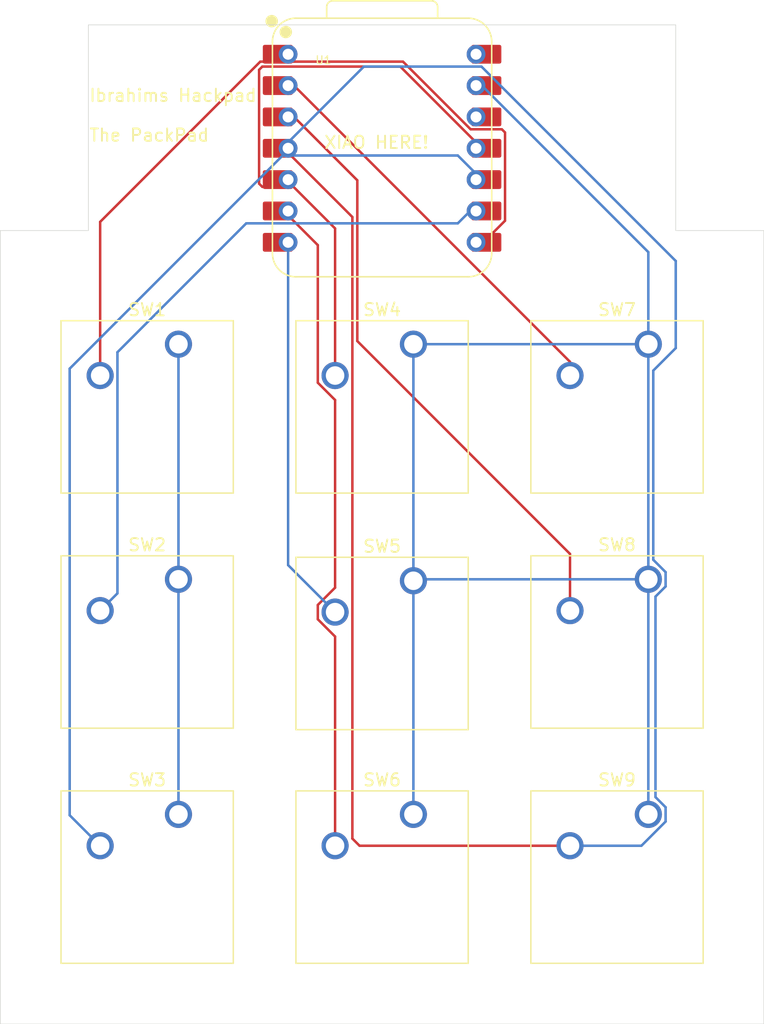
<source format=kicad_pcb>
(kicad_pcb (version 20241229) (generator "pcbnew") (generator_version "9.0")
  (layers (0 "F.Cu" signal) (2 "B.Cu" signal) (13 "F.Paste" user) (15 "B.Paste" user) (5 "F.SilkS" user "F.Silkscreen") (7 "B.SilkS" user "B.Silkscreen") (1 "F.Mask" user) (3 "B.Mask" user) (25 "Edge.Cuts" user))
  (net 0 "")
  (net 1 "GND")
  (net 2 "+5V")
  (net 3 "Net-(U1-GPIO1{slash}RX)")
  (net 4 "Net-(U1-GPIO2{slash}SCK)")
  (net 5 "Net-(U1-GPIO4{slash}MISO)")
  (net 6 "Net-(U1-GPIO3{slash}MOSI)")
  (net 7 "Net-(U1-GPIO0{slash}TX)")
  (net 8 "Net-(U1-GPIO7{slash}SCL)")
  (net 9 "Net-(U1-GPIO27{slash}ADC1{slash}A1)")
  (net 10 "Net-(U1-GPIO28{slash}ADC2{slash}A2)")
  (net 11 "Net-(U1-GPIO29{slash}ADC3{slash}A3)")
  (footprint "Button_Switch_Keyboard:SW_Cherry_MX_1.00u_PCB" (layer "F.Cu") (at 93.0275 73.50125)
    (property "Reference" "SW2" (at -2.54 -2.794 0) (layer "F.SilkS"))
    (property "Value" "SW_Push")
    (fp_line (start -9.525 -1.905) (end 4.445 -1.905) (stroke (width 0.12)) (layer "F.SilkS"))
    (fp_line (start -9.525 12.065) (end -9.525 -1.905) (stroke (width 0.12)) (layer "F.SilkS"))
    (fp_line (start 4.445 -1.905) (end 4.445 12.065) (stroke (width 0.12)) (layer "F.SilkS"))
    (fp_line (start 4.445 12.065) (end -9.525 12.065) (stroke (width 0.12)) (layer "F.SilkS"))
    (pad "" np_thru_hole circle (at -7.62 5.08) (size 1.7 1.7) (drill 1.7) (layers "*.Cu" "*.Mask"))
    (pad "" np_thru_hole circle (at -2.54 5.08) (size 4 4) (drill 4) (layers "*.Cu" "*.Mask"))
    (pad "" np_thru_hole circle (at 2.54 5.08) (size 1.7 1.7) (drill 1.7) (layers "*.Cu" "*.Mask"))
    (pad "1" thru_hole circle (at 0 0) (size 2.2 2.2) (drill 1.5) (layers "*.Cu" "*.Mask") (net 1 "GND"))
    (pad "2" thru_hole circle (at -6.35 2.54) (size 2.2 2.2) (drill 1.5) (layers "*.Cu" "*.Mask") (net 4 "Net-(U1-GPIO2{slash}SCK)"))
  )
  (footprint "Button_Switch_Keyboard:SW_Cherry_MX_1.00u_PCB" (layer "F.Cu") (at 112.0775 73.6205)
    (property "Reference" "SW5" (at -2.54 -2.794 0) (layer "F.SilkS"))
    (property "Value" "SW_Push")
    (fp_line (start -9.525 -1.905) (end 4.445 -1.905) (stroke (width 0.12)) (layer "F.SilkS"))
    (fp_line (start -9.525 12.065) (end -9.525 -1.905) (stroke (width 0.12)) (layer "F.SilkS"))
    (fp_line (start 4.445 -1.905) (end 4.445 12.065) (stroke (width 0.12)) (layer "F.SilkS"))
    (fp_line (start 4.445 12.065) (end -9.525 12.065) (stroke (width 0.12)) (layer "F.SilkS"))
    (pad "" np_thru_hole circle (at -7.62 5.08) (size 1.7 1.7) (drill 1.7) (layers "*.Cu" "*.Mask"))
    (pad "" np_thru_hole circle (at -2.54 5.08) (size 4 4) (drill 4) (layers "*.Cu" "*.Mask"))
    (pad "" np_thru_hole circle (at 2.54 5.08) (size 1.7 1.7) (drill 1.7) (layers "*.Cu" "*.Mask"))
    (pad "1" thru_hole circle (at 0 0) (size 2.2 2.2) (drill 1.5) (layers "*.Cu" "*.Mask") (net 1 "GND"))
    (pad "2" thru_hole circle (at -6.35 2.54) (size 2.2 2.2) (drill 1.5) (layers "*.Cu" "*.Mask") (net 7 "Net-(U1-GPIO0{slash}TX)"))
  )
  (footprint "Button_Switch_Keyboard:SW_Cherry_MX_1.00u_PCB" (layer "F.Cu") (at 93.0275 92.55125)
    (property "Reference" "SW3" (at -2.54 -2.794 0) (layer "F.SilkS"))
    (property "Value" "SW_Push")
    (fp_line (start -9.525 -1.905) (end 4.445 -1.905) (stroke (width 0.12)) (layer "F.SilkS"))
    (fp_line (start -9.525 12.065) (end -9.525 -1.905) (stroke (width 0.12)) (layer "F.SilkS"))
    (fp_line (start 4.445 -1.905) (end 4.445 12.065) (stroke (width 0.12)) (layer "F.SilkS"))
    (fp_line (start 4.445 12.065) (end -9.525 12.065) (stroke (width 0.12)) (layer "F.SilkS"))
    (pad "" np_thru_hole circle (at -7.62 5.08) (size 1.7 1.7) (drill 1.7) (layers "*.Cu" "*.Mask"))
    (pad "" np_thru_hole circle (at -2.54 5.08) (size 4 4) (drill 4) (layers "*.Cu" "*.Mask"))
    (pad "" np_thru_hole circle (at 2.54 5.08) (size 1.7 1.7) (drill 1.7) (layers "*.Cu" "*.Mask"))
    (pad "1" thru_hole circle (at 0 0) (size 2.2 2.2) (drill 1.5) (layers "*.Cu" "*.Mask") (net 1 "GND"))
    (pad "2" thru_hole circle (at -6.35 2.54) (size 2.2 2.2) (drill 1.5) (layers "*.Cu" "*.Mask") (net 5 "Net-(U1-GPIO4{slash}MISO)"))
  )
  (footprint "Button_Switch_Keyboard:SW_Cherry_MX_1.00u_PCB" (layer "F.Cu") (at 131.1275 54.45125)
    (property "Reference" "SW7" (at -2.54 -2.794 0) (layer "F.SilkS"))
    (property "Value" "SW_Push")
    (fp_line (start -9.525 -1.905) (end 4.445 -1.905) (stroke (width 0.12)) (layer "F.SilkS"))
    (fp_line (start -9.525 12.065) (end -9.525 -1.905) (stroke (width 0.12)) (layer "F.SilkS"))
    (fp_line (start 4.445 -1.905) (end 4.445 12.065) (stroke (width 0.12)) (layer "F.SilkS"))
    (fp_line (start 4.445 12.065) (end -9.525 12.065) (stroke (width 0.12)) (layer "F.SilkS"))
    (pad "" np_thru_hole circle (at -7.62 5.08) (size 1.7 1.7) (drill 1.7) (layers "*.Cu" "*.Mask"))
    (pad "" np_thru_hole circle (at -2.54 5.08) (size 4 4) (drill 4) (layers "*.Cu" "*.Mask"))
    (pad "" np_thru_hole circle (at 2.54 5.08) (size 1.7 1.7) (drill 1.7) (layers "*.Cu" "*.Mask"))
    (pad "1" thru_hole circle (at 0 0) (size 2.2 2.2) (drill 1.5) (layers "*.Cu" "*.Mask") (net 1 "GND"))
    (pad "2" thru_hole circle (at -6.35 2.54) (size 2.2 2.2) (drill 1.5) (layers "*.Cu" "*.Mask") (net 9 "Net-(U1-GPIO27{slash}ADC1{slash}A1)"))
  )
  (footprint "Button_Switch_Keyboard:SW_Cherry_MX_1.00u_PCB" (layer "F.Cu") (at 131.1275 92.55125)
    (property "Reference" "SW9" (at -2.54 -2.794 0) (layer "F.SilkS"))
    (property "Value" "SW_Push")
    (fp_line (start -9.525 -1.905) (end 4.445 -1.905) (stroke (width 0.12)) (layer "F.SilkS"))
    (fp_line (start -9.525 12.065) (end -9.525 -1.905) (stroke (width 0.12)) (layer "F.SilkS"))
    (fp_line (start 4.445 -1.905) (end 4.445 12.065) (stroke (width 0.12)) (layer "F.SilkS"))
    (fp_line (start 4.445 12.065) (end -9.525 12.065) (stroke (width 0.12)) (layer "F.SilkS"))
    (pad "" np_thru_hole circle (at -7.62 5.08) (size 1.7 1.7) (drill 1.7) (layers "*.Cu" "*.Mask"))
    (pad "" np_thru_hole circle (at -2.54 5.08) (size 4 4) (drill 4) (layers "*.Cu" "*.Mask"))
    (pad "" np_thru_hole circle (at 2.54 5.08) (size 1.7 1.7) (drill 1.7) (layers "*.Cu" "*.Mask"))
    (pad "1" thru_hole circle (at 0 0) (size 2.2 2.2) (drill 1.5) (layers "*.Cu" "*.Mask") (net 1 "GND"))
    (pad "2" thru_hole circle (at -6.35 2.54) (size 2.2 2.2) (drill 1.5) (layers "*.Cu" "*.Mask") (net 11 "Net-(U1-GPIO29{slash}ADC3{slash}A3)"))
  )
  (footprint "Button_Switch_Keyboard:SW_Cherry_MX_1.00u_PCB" (layer "F.Cu") (at 112.0775 92.55125)
    (property "Reference" "SW6" (at -2.54 -2.794 0) (layer "F.SilkS"))
    (property "Value" "SW_Push")
    (fp_line (start -9.525 -1.905) (end 4.445 -1.905) (stroke (width 0.12)) (layer "F.SilkS"))
    (fp_line (start -9.525 12.065) (end -9.525 -1.905) (stroke (width 0.12)) (layer "F.SilkS"))
    (fp_line (start 4.445 -1.905) (end 4.445 12.065) (stroke (width 0.12)) (layer "F.SilkS"))
    (fp_line (start 4.445 12.065) (end -9.525 12.065) (stroke (width 0.12)) (layer "F.SilkS"))
    (pad "" np_thru_hole circle (at -7.62 5.08) (size 1.7 1.7) (drill 1.7) (layers "*.Cu" "*.Mask"))
    (pad "" np_thru_hole circle (at -2.54 5.08) (size 4 4) (drill 4) (layers "*.Cu" "*.Mask"))
    (pad "" np_thru_hole circle (at 2.54 5.08) (size 1.7 1.7) (drill 1.7) (layers "*.Cu" "*.Mask"))
    (pad "1" thru_hole circle (at 0 0) (size 2.2 2.2) (drill 1.5) (layers "*.Cu" "*.Mask") (net 1 "GND"))
    (pad "2" thru_hole circle (at -6.35 2.54) (size 2.2 2.2) (drill 1.5) (layers "*.Cu" "*.Mask") (net 8 "Net-(U1-GPIO7{slash}SCL)"))
  )
  (footprint "Button_Switch_Keyboard:SW_Cherry_MX_1.00u_PCB" (layer "F.Cu") (at 93.0275 54.45125)
    (property "Reference" "SW1" (at -2.54 -2.794 0) (layer "F.SilkS"))
    (property "Value" "SW_Push")
    (fp_line (start -9.525 -1.905) (end 4.445 -1.905) (stroke (width 0.12)) (layer "F.SilkS"))
    (fp_line (start -9.525 12.065) (end -9.525 -1.905) (stroke (width 0.12)) (layer "F.SilkS"))
    (fp_line (start 4.445 -1.905) (end 4.445 12.065) (stroke (width 0.12)) (layer "F.SilkS"))
    (fp_line (start 4.445 12.065) (end -9.525 12.065) (stroke (width 0.12)) (layer "F.SilkS"))
    (pad "" np_thru_hole circle (at -7.62 5.08) (size 1.7 1.7) (drill 1.7) (layers "*.Cu" "*.Mask"))
    (pad "" np_thru_hole circle (at -2.54 5.08) (size 4 4) (drill 4) (layers "*.Cu" "*.Mask"))
    (pad "" np_thru_hole circle (at 2.54 5.08) (size 1.7 1.7) (drill 1.7) (layers "*.Cu" "*.Mask"))
    (pad "1" thru_hole circle (at 0 0) (size 2.2 2.2) (drill 1.5) (layers "*.Cu" "*.Mask") (net 1 "GND"))
    (pad "2" thru_hole circle (at -6.35 2.54) (size 2.2 2.2) (drill 1.5) (layers "*.Cu" "*.Mask") (net 3 "Net-(U1-GPIO1{slash}RX)"))
  )
  (footprint "seed:XIAO-RP2040-DIP" (layer "F.Cu") (at 109.5375 38.57625)
    (property "Reference" "U1" (at -4.7625 -7.14375 0) (layer "F.SilkS") (effects (font (size 0.635 0.635) (thickness 0.1016))))
    (property "Value" "XIAO-RP2040-DIP")
    (fp_line (start -8.89 8.509) (end -8.89 -8.636) (stroke (width 0.127)) (layer "F.SilkS"))
    (fp_line (start -6.985 10.414) (end 6.985 10.414) (stroke (width 0.127)) (layer "F.SilkS"))
    (fp_line (start -4.495 -10.541) (end -4.491272 -11.451272) (stroke (width 0.127)) (layer "F.SilkS"))
    (fp_line (start -3.991272 -11.951) (end 4.004 -11.951) (stroke (width 0.127)) (layer "F.SilkS"))
    (fp_line (start 4.504 -11.451) (end 4.504 -10.541) (stroke (width 0.127)) (layer "F.SilkS"))
    (fp_line (start 6.985 -10.541) (end -6.985 -10.541) (stroke (width 0.1)) (layer "F.SilkS"))
    (fp_line (start 6.985 -10.541) (end -6.985 -10.541) (stroke (width 0.127)) (layer "F.SilkS"))
    (fp_line (start 8.89 8.509) (end 8.89 -8.636) (stroke (width 0.127)) (layer "F.SilkS"))
    (fp_arc (start -8.89 -8.636) (mid -8.332038 -9.983038) (end -6.985 -10.541) (stroke (width 0.127)) (layer "F.SilkS"))
    (fp_arc (start -6.985 10.414) (mid -8.332038 9.856038) (end -8.89 8.509) (stroke (width 0.127)) (layer "F.SilkS"))
    (fp_arc (start -4.491272 -11.451272) (mid -4.344728 -11.80464) (end -3.991272 -11.951) (stroke (width 0.127)) (layer "F.SilkS"))
    (fp_arc (start 4.004 -11.951) (mid 4.357553 -11.804553) (end 4.504 -11.451) (stroke (width 0.127)) (layer "F.SilkS"))
    (fp_arc (start 6.985 -10.541) (mid 8.332038 -9.983038) (end 8.89 -8.636) (stroke (width 0.127)) (layer "F.SilkS"))
    (fp_arc (start 8.89 8.509) (mid 8.332038 9.856038) (end 6.985 10.414) (stroke (width 0.127)) (layer "F.SilkS"))
    (fp_circle (center -8.95 -10.3) (end -8.95 -10.554) (stroke (width 0.5)) (fill yes) (layer "F.SilkS"))
    (fp_circle (center -7.807 -9.42) (end -7.807 -9.674) (stroke (width 0.5)) (fill yes) (layer "F.SilkS"))
    (pad "1" smd roundrect (at -8.455 -7.62 180) (size 2.432 1.524) (layers "F.Cu" "F.Mask") (roundrect_rratio 0.1))
    (pad "1" thru_hole circle (at -7.62 -7.62 180) (size 1.524 1.524) (drill 0.889) (layers "*.Cu" "*.Mask"))
    (pad "2" smd roundrect (at -8.455 -5.08 180) (size 2.432 1.524) (layers "F.Cu" "F.Mask") (roundrect_rratio 0.1) (net 9 "Net-(U1-GPIO27{slash}ADC1{slash}A1)"))
    (pad "2" thru_hole circle (at -7.62 -5.08 180) (size 1.524 1.524) (drill 0.889) (layers "*.Cu" "*.Mask") (net 9 "Net-(U1-GPIO27{slash}ADC1{slash}A1)"))
    (pad "3" smd roundrect (at -8.455 -2.54 180) (size 2.432 1.524) (layers "F.Cu" "F.Mask") (roundrect_rratio 0.1) (net 10 "Net-(U1-GPIO28{slash}ADC2{slash}A2)"))
    (pad "3" thru_hole circle (at -7.62 -2.54 180) (size 1.524 1.524) (drill 0.889) (layers "*.Cu" "*.Mask") (net 10 "Net-(U1-GPIO28{slash}ADC2{slash}A2)"))
    (pad "4" smd roundrect (at -8.455 0 180) (size 2.432 1.524) (layers "F.Cu" "F.Mask") (roundrect_rratio 0.1) (net 11 "Net-(U1-GPIO29{slash}ADC3{slash}A3)"))
    (pad "4" thru_hole circle (at -7.62 0 180) (size 1.524 1.524) (drill 0.889) (layers "*.Cu" "*.Mask") (net 11 "Net-(U1-GPIO29{slash}ADC3{slash}A3)"))
    (pad "5" smd roundrect (at -8.455 2.54 180) (size 2.432 1.524) (layers "F.Cu" "F.Mask") (roundrect_rratio 0.1))
    (pad "5" thru_hole circle (at -7.62 2.54 180) (size 1.524 1.524) (drill 0.889) (layers "*.Cu" "*.Mask"))
    (pad "6" smd roundrect (at -8.455 5.08 180) (size 2.432 1.524) (layers "F.Cu" "F.Mask") (roundrect_rratio 0.1) (net 8 "Net-(U1-GPIO7{slash}SCL)"))
    (pad "6" thru_hole circle (at -7.62 5.08 180) (size 1.524 1.524) (drill 0.889) (layers "*.Cu" "*.Mask") (net 8 "Net-(U1-GPIO7{slash}SCL)"))
    (pad "7" smd roundrect (at -8.455 7.62 180) (size 2.432 1.524) (layers "F.Cu" "F.Mask") (roundrect_rratio 0.1) (net 7 "Net-(U1-GPIO0{slash}TX)"))
    (pad "7" thru_hole circle (at -7.62 7.62 180) (size 1.524 1.524) (drill 0.889) (layers "*.Cu" "*.Mask") (net 7 "Net-(U1-GPIO0{slash}TX)"))
    (pad "8" thru_hole circle (at 7.62 7.62) (size 1.524 1.524) (drill 0.889) (layers "*.Cu" "*.Mask") (net 3 "Net-(U1-GPIO1{slash}RX)"))
    (pad "8" smd roundrect (at 8.455 7.62) (size 2.432 1.524) (layers "F.Cu" "F.Mask") (roundrect_rratio 0.1) (net 3 "Net-(U1-GPIO1{slash}RX)"))
    (pad "9" thru_hole circle (at 7.62 5.08) (size 1.524 1.524) (drill 0.889) (layers "*.Cu" "*.Mask") (net 4 "Net-(U1-GPIO2{slash}SCK)"))
    (pad "9" smd roundrect (at 8.455 5.08) (size 2.432 1.524) (layers "F.Cu" "F.Mask") (roundrect_rratio 0.1) (net 4 "Net-(U1-GPIO2{slash}SCK)"))
    (pad "10" thru_hole circle (at 7.62 2.54) (size 1.524 1.524) (drill 0.889) (layers "*.Cu" "*.Mask") (net 5 "Net-(U1-GPIO4{slash}MISO)"))
    (pad "10" smd roundrect (at 8.455 2.54) (size 2.432 1.524) (layers "F.Cu" "F.Mask") (roundrect_rratio 0.1) (net 5 "Net-(U1-GPIO4{slash}MISO)"))
    (pad "11" thru_hole circle (at 7.62 0) (size 1.524 1.524) (drill 0.889) (layers "*.Cu" "*.Mask") (net 6 "Net-(U1-GPIO3{slash}MOSI)"))
    (pad "11" smd roundrect (at 8.455 0) (size 2.432 1.524) (layers "F.Cu" "F.Mask") (roundrect_rratio 0.1) (net 6 "Net-(U1-GPIO3{slash}MOSI)"))
    (pad "12" thru_hole circle (at 7.62 -2.54) (size 1.524 1.524) (drill 0.889) (layers "*.Cu" "*.Mask"))
    (pad "12" smd roundrect (at 8.455 -2.54) (size 2.432 1.524) (layers "F.Cu" "F.Mask") (roundrect_rratio 0.1))
    (pad "13" thru_hole circle (at 7.62 -5.08) (size 1.524 1.524) (drill 0.889) (layers "*.Cu" "*.Mask") (net 1 "GND"))
    (pad "13" smd roundrect (at 8.455 -5.08) (size 2.432 1.524) (layers "F.Cu" "F.Mask") (roundrect_rratio 0.1) (net 1 "GND"))
    (pad "14" thru_hole circle (at 7.62 -7.62) (size 1.524 1.524) (drill 0.889) (layers "*.Cu" "*.Mask") (net 2 "+5V"))
    (pad "14" smd roundrect (at 8.455 -7.62) (size 2.432 1.524) (layers "F.Cu" "F.Mask") (roundrect_rratio 0.1) (net 2 "+5V"))
  )
  (footprint "Button_Switch_Keyboard:SW_Cherry_MX_1.00u_PCB" (layer "F.Cu") (at 112.0775 54.45125)
    (property "Reference" "SW4" (at -2.54 -2.794 0) (layer "F.SilkS"))
    (property "Value" "SW_Push")
    (fp_line (start -9.525 -1.905) (end 4.445 -1.905) (stroke (width 0.12)) (layer "F.SilkS"))
    (fp_line (start -9.525 12.065) (end -9.525 -1.905) (stroke (width 0.12)) (layer "F.SilkS"))
    (fp_line (start 4.445 -1.905) (end 4.445 12.065) (stroke (width 0.12)) (layer "F.SilkS"))
    (fp_line (start 4.445 12.065) (end -9.525 12.065) (stroke (width 0.12)) (layer "F.SilkS"))
    (pad "" np_thru_hole circle (at -7.62 5.08) (size 1.7 1.7) (drill 1.7) (layers "*.Cu" "*.Mask"))
    (pad "" np_thru_hole circle (at -2.54 5.08) (size 4 4) (drill 4) (layers "*.Cu" "*.Mask"))
    (pad "" np_thru_hole circle (at 2.54 5.08) (size 1.7 1.7) (drill 1.7) (layers "*.Cu" "*.Mask"))
    (pad "1" thru_hole circle (at 0 0) (size 2.2 2.2) (drill 1.5) (layers "*.Cu" "*.Mask") (net 1 "GND"))
    (pad "2" thru_hole circle (at -6.35 2.54) (size 2.2 2.2) (drill 1.5) (layers "*.Cu" "*.Mask") (net 6 "Net-(U1-GPIO3{slash}MOSI)"))
  )
  (footprint "Button_Switch_Keyboard:SW_Cherry_MX_1.00u_PCB" (layer "F.Cu") (at 131.1275 73.50125)
    (property "Reference" "SW8" (at -2.54 -2.794 0) (layer "F.SilkS"))
    (property "Value" "SW_Push")
    (fp_line (start -9.525 -1.905) (end 4.445 -1.905) (stroke (width 0.12)) (layer "F.SilkS"))
    (fp_line (start -9.525 12.065) (end -9.525 -1.905) (stroke (width 0.12)) (layer "F.SilkS"))
    (fp_line (start 4.445 -1.905) (end 4.445 12.065) (stroke (width 0.12)) (layer "F.SilkS"))
    (fp_line (start 4.445 12.065) (end -9.525 12.065) (stroke (width 0.12)) (layer "F.SilkS"))
    (pad "" np_thru_hole circle (at -7.62 5.08) (size 1.7 1.7) (drill 1.7) (layers "*.Cu" "*.Mask"))
    (pad "" np_thru_hole circle (at -2.54 5.08) (size 4 4) (drill 4) (layers "*.Cu" "*.Mask"))
    (pad "" np_thru_hole circle (at 2.54 5.08) (size 1.7 1.7) (drill 1.7) (layers "*.Cu" "*.Mask"))
    (pad "1" thru_hole circle (at 0 0) (size 2.2 2.2) (drill 1.5) (layers "*.Cu" "*.Mask") (net 1 "GND"))
    (pad "2" thru_hole circle (at -6.35 2.54) (size 2.2 2.2) (drill 1.5) (layers "*.Cu" "*.Mask") (net 10 "Net-(U1-GPIO28{slash}ADC2{slash}A2)"))
  )
  (gr_poly (pts (xy 85.725 28.575) (xy 85.725 45.24375) (xy 78.58125 45.24375) (xy 78.58125 109.5375) (xy 140.49375 109.5375) (xy 140.49375 45.24375) (xy 133.35 45.24375) (xy 133.35 28.575)) (stroke (width 0.05)) (fill no) (layer "Edge.Cuts"))
  (gr_text "Ibrahims Hackpad\n\nThe PackPad" (at 85.725 38.1 0) (layer "F.SilkS") (effects (font (size 1 1)) (justify left bottom)))
  (gr_text "XIAO HERE!" (at 104.775 38.1 0) (layer "F.SilkS") (effects (font (size 1 1)) (justify left)))
  (segment (start 112.0775 54.45125) (end 112.0775 73.6205) (width 0.2) (layer "B.Cu") (net 1))
  (segment (start 131.1275 73.50125) (end 131.1275 92.55125) (width 0.2) (layer "B.Cu") (net 1))
  (segment (start 112.19675 73.50125) (end 112.0775 73.6205) (width 0.2) (layer "B.Cu") (net 1))
  (segment (start 131.1275 73.50125) (end 112.19675 73.50125) (width 0.2) (layer "B.Cu") (net 1))
  (segment (start 131.1275 54.45125) (end 131.1275 73.50125) (width 0.2) (layer "B.Cu") (net 1))
  (segment (start 131.1275 46.99) (end 117.1575 33.02) (width 0.2) (layer "B.Cu") (net 1))
  (segment (start 93.0275 54.45125) (end 93.0275 73.50125) (width 0.2) (layer "B.Cu") (net 1))
  (segment (start 112.0775 54.45125) (end 131.1275 54.45125) (width 0.2) (layer "B.Cu") (net 1))
  (segment (start 93.0275 92.55125) (end 93.0275 73.50125) (width 0.2) (layer "B.Cu") (net 1))
  (segment (start 131.1275 54.45125) (end 131.1275 46.99) (width 0.2) (layer "B.Cu") (net 1))
  (segment (start 112.0775 92.55125) (end 112.0775 73.6205) (width 0.2) (layer "B.Cu") (net 1))
  (segment (start 119.5095 44.44563) (end 118.23513 45.72) (width 0.2) (layer "F.Cu") (net 3))
  (segment (start 119.5095 37.298374) (end 119.5095 44.44563) (width 0.2) (layer "F.Cu") (net 3))
  (segment (start 86.6775 44.539274) (end 99.660774 31.556) (width 0.2) (layer "F.Cu") (net 3))
  (segment (start 99.660774 31.556) (end 111.23619 31.556) (width 0.2) (layer "F.Cu") (net 3))
  (segment (start 118.23513 45.72) (end 117.1575 45.72) (width 0.2) (layer "F.Cu") (net 3))
  (segment (start 111.23619 31.556) (end 116.71719 37.037) (width 0.2) (layer "F.Cu") (net 3))
  (segment (start 86.6775 56.99125) (end 86.6775 44.539274) (width 0.2) (layer "F.Cu") (net 3))
  (segment (start 119.248126 37.037) (end 119.5095 37.298374) (width 0.2) (layer "F.Cu") (net 3))
  (segment (start 116.71719 37.037) (end 119.248126 37.037) (width 0.2) (layer "F.Cu") (net 3))
  (segment (start 115.6805 44.657) (end 117.1575 43.18) (width 0.2) (layer "B.Cu") (net 4))
  (segment (start 88.0785 74.64025) (end 88.0785 55.10169) (width 0.2) (layer "B.Cu") (net 4))
  (segment (start 88.0785 55.10169) (end 98.52319 44.657) (width 0.2) (layer "B.Cu") (net 4))
  (segment (start 86.6775 76.04125) (end 88.0785 74.64025) (width 0.2) (layer "B.Cu") (net 4))
  (segment (start 98.52319 44.657) (end 115.6805 44.657) (width 0.2) (layer "B.Cu") (net 4))
  (segment (start 84.2065 56.43369) (end 101.47719 39.163) (width 0.2) (layer "B.Cu") (net 5))
  (segment (start 115.6805 39.163) (end 117.1575 40.64) (width 0.2) (layer "B.Cu") (net 5))
  (segment (start 101.47719 39.163) (end 115.6805 39.163) (width 0.2) (layer "B.Cu") (net 5))
  (segment (start 86.6775 95.09125) (end 84.2065 92.62025) (width 0.2) (layer "B.Cu") (net 5))
  (segment (start 84.2065 92.62025) (end 84.2065 56.43369) (width 0.2) (layer "B.Cu") (net 5))
  (segment (start 102.35781 41.703) (end 99.826874 41.703) (width 0.2) (layer "F.Cu") (net 6))
  (segment (start 105.7275 45.07269) (end 102.35781 41.703) (width 0.2) (layer "F.Cu") (net 6))
  (segment (start 99.5655 41.441626) (end 99.5655 32.218374) (width 0.2) (layer "F.Cu") (net 6))
  (segment (start 111.0145 31.957) (end 117.1575 38.1) (width 0.2) (layer "F.Cu") (net 6))
  (segment (start 99.5655 32.218374) (end 99.826874 31.957) (width 0.2) (layer "F.Cu") (net 6))
  (segment (start 105.7275 56.99125) (end 105.7275 45.07269) (width 0.2) (layer "F.Cu") (net 6))
  (segment (start 99.826874 41.703) (end 99.5655 41.441626) (width 0.2) (layer "F.Cu") (net 6))
  (segment (start 99.826874 31.957) (end 111.0145 31.957) (width 0.2) (layer "F.Cu") (net 6))
  (segment (start 105.7275 76.1605) (end 101.9175 72.3505) (width 0.2) (layer "B.Cu") (net 7))
  (segment (start 101.9175 72.3505) (end 101.9175 45.72) (width 0.2) (layer "B.Cu") (net 7))
  (segment (start 105.7275 95.09125) (end 105.7275 78.141814) (width 0.2) (layer "F.Cu") (net 8))
  (segment (start 105.7275 78.141814) (end 104.3265 76.740814) (width 0.2) (layer "F.Cu") (net 8))
  (segment (start 105.7275 74.179186) (end 105.7275 58.972564) (width 0.2) (layer "F.Cu") (net 8))
  (segment (start 105.7275 58.972564) (end 104.3265 57.571564) (width 0.2) (layer "F.Cu") (net 8))
  (segment (start 104.3265 76.740814) (end 104.3265 75.580186) (width 0.2) (layer "F.Cu") (net 8))
  (segment (start 104.3265 75.580186) (end 105.7275 74.179186) (width 0.2) (layer "F.Cu") (net 8))
  (segment (start 104.3265 46.424) (end 101.0825 43.18) (width 0.2) (layer "F.Cu") (net 8))
  (segment (start 104.3265 57.571564) (end 104.3265 46.424) (width 0.2) (layer "F.Cu") (net 8))
  (segment (start 124.7775 56.99125) (end 124.7775 55.88) (width 0.2) (layer "F.Cu") (net 9))
  (segment (start 124.7775 55.88) (end 101.9175 33.02) (width 0.2) (layer "F.Cu") (net 9))
  (segment (start 107.5295 54.198434) (end 107.5295 41.172) (width 0.2) (layer "F.Cu") (net 10))
  (segment (start 124.7775 71.446434) (end 107.5295 54.198434) (width 0.2) (layer "F.Cu") (net 10))
  (segment (start 107.5295 41.172) (end 101.9175 35.56) (width 0.2) (layer "F.Cu") (net 10))
  (segment (start 124.7775 76.04125) (end 124.7775 71.446434) (width 0.2) (layer "F.Cu") (net 10))
  (segment (start 107.1285 44.146) (end 101.0825 38.1) (width 0.2) (layer "F.Cu") (net 11))
  (segment (start 107.1285 94.510936) (end 107.1285 44.146) (width 0.2) (layer "F.Cu") (net 11))
  (segment (start 107.708814 95.09125) (end 107.1285 94.510936) (width 0.2) (layer "F.Cu") (net 11))
  (segment (start 124.7775 95.09125) (end 107.708814 95.09125) (width 0.2) (layer "F.Cu") (net 11))
  (segment (start 131.5285 71.920936) (end 131.5285 56.59025) (width 0.2) (layer "B.Cu") (net 11))
  (segment (start 132.5285 72.920936) (end 131.5285 71.920936) (width 0.2) (layer "B.Cu") (net 11))
  (segment (start 131.5285 56.59025) (end 133.35 54.76875) (width 0.2) (layer "B.Cu") (net 11))
  (segment (start 124.7775 95.09125) (end 130.568814 95.09125) (width 0.2) (layer "B.Cu") (net 11))
  (segment (start 131.707814 91.15025) (end 131.707814 74.90225) (width 0.2) (layer "B.Cu") (net 11))
  (segment (start 132.5285 91.970936) (end 131.707814 91.15025) (width 0.2) (layer "B.Cu") (net 11))
  (segment (start 132.5285 93.131564) (end 132.5285 91.970936) (width 0.2) (layer "B.Cu") (net 11))
  (segment (start 117.59781 31.957) (end 108.0605 31.957) (width 0.2) (layer "B.Cu") (net 11))
  (segment (start 131.707814 74.90225) (end 132.5285 74.081564) (width 0.2) (layer "B.Cu") (net 11))
  (segment (start 130.568814 95.09125) (end 132.5285 93.131564) (width 0.2) (layer "B.Cu") (net 11))
  (segment (start 133.35 54.76875) (end 133.35 47.70919) (width 0.2) (layer "B.Cu") (net 11))
  (segment (start 108.0605 31.957) (end 101.9175 38.1) (width 0.2) (layer "B.Cu") (net 11))
  (segment (start 132.5285 74.081564) (end 132.5285 72.920936) (width 0.2) (layer "B.Cu") (net 11))
  (segment (start 133.35 47.70919) (end 117.59781 31.957) (width 0.2) (layer "B.Cu") (net 11))
)
</source>
